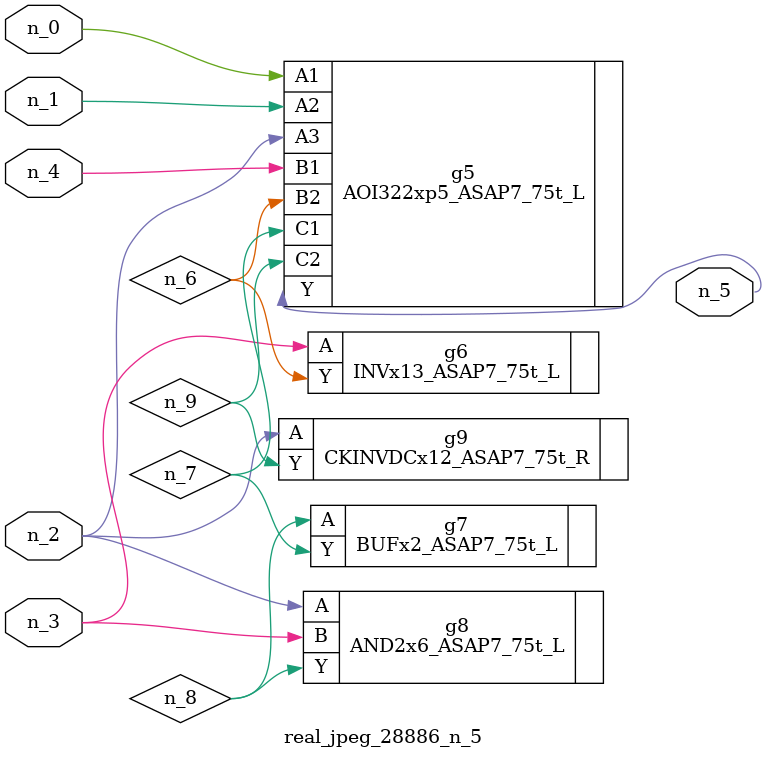
<source format=v>
module real_jpeg_28886_n_5 (n_4, n_0, n_1, n_2, n_3, n_5);

input n_4;
input n_0;
input n_1;
input n_2;
input n_3;

output n_5;

wire n_8;
wire n_6;
wire n_7;
wire n_9;

AOI322xp5_ASAP7_75t_L g5 ( 
.A1(n_0),
.A2(n_1),
.A3(n_2),
.B1(n_4),
.B2(n_6),
.C1(n_7),
.C2(n_9),
.Y(n_5)
);

AND2x6_ASAP7_75t_L g8 ( 
.A(n_2),
.B(n_3),
.Y(n_8)
);

CKINVDCx12_ASAP7_75t_R g9 ( 
.A(n_2),
.Y(n_9)
);

INVx13_ASAP7_75t_L g6 ( 
.A(n_3),
.Y(n_6)
);

BUFx2_ASAP7_75t_L g7 ( 
.A(n_8),
.Y(n_7)
);


endmodule
</source>
